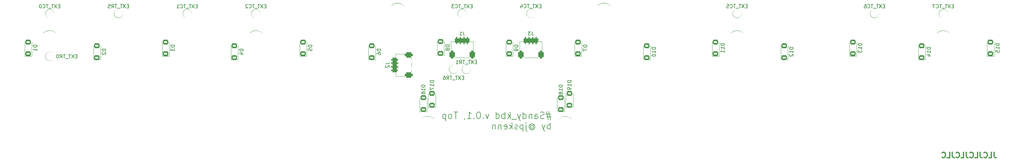
<source format=gbo>
G04 #@! TF.GenerationSoftware,KiCad,Pcbnew,(6.0.10-0)*
G04 #@! TF.CreationDate,2023-02-16T10:13:06+09:00*
G04 #@! TF.ProjectId,Sandy_Top,53616e64-795f-4546-9f70-2e6b69636164,v.0*
G04 #@! TF.SameCoordinates,Original*
G04 #@! TF.FileFunction,Legend,Bot*
G04 #@! TF.FilePolarity,Positive*
%FSLAX46Y46*%
G04 Gerber Fmt 4.6, Leading zero omitted, Abs format (unit mm)*
G04 Created by KiCad (PCBNEW (6.0.10-0)) date 2023-02-16 10:13:06*
%MOMM*%
%LPD*%
G01*
G04 APERTURE LIST*
G04 Aperture macros list*
%AMRoundRect*
0 Rectangle with rounded corners*
0 $1 Rounding radius*
0 $2 $3 $4 $5 $6 $7 $8 $9 X,Y pos of 4 corners*
0 Add a 4 corners polygon primitive as box body*
4,1,4,$2,$3,$4,$5,$6,$7,$8,$9,$2,$3,0*
0 Add four circle primitives for the rounded corners*
1,1,$1+$1,$2,$3*
1,1,$1+$1,$4,$5*
1,1,$1+$1,$6,$7*
1,1,$1+$1,$8,$9*
0 Add four rect primitives between the rounded corners*
20,1,$1+$1,$2,$3,$4,$5,0*
20,1,$1+$1,$4,$5,$6,$7,0*
20,1,$1+$1,$6,$7,$8,$9,0*
20,1,$1+$1,$8,$9,$2,$3,0*%
G04 Aperture macros list end*
%ADD10C,0.300000*%
%ADD11C,0.200000*%
%ADD12C,0.150000*%
%ADD13C,0.120000*%
%ADD14C,2.650000*%
%ADD15C,4.387800*%
%ADD16C,2.150000*%
%ADD17RoundRect,0.450000X0.350000X0.650000X-0.350000X0.650000X-0.350000X-0.650000X0.350000X-0.650000X0*%
%ADD18RoundRect,0.350000X0.150000X0.625000X-0.150000X0.625000X-0.150000X-0.625000X0.150000X-0.625000X0*%
%ADD19O,2.100000X2.100000*%
%ADD20RoundRect,0.450000X-0.650000X0.350000X-0.650000X-0.350000X0.650000X-0.350000X0.650000X0.350000X0*%
%ADD21RoundRect,0.350000X-0.625000X0.150000X-0.625000X-0.150000X0.625000X-0.150000X0.625000X0.150000X0*%
%ADD22C,4.800000*%
%ADD23C,2.400000*%
%ADD24RoundRect,0.200000X0.600000X-0.450000X0.600000X0.450000X-0.600000X0.450000X-0.600000X-0.450000X0*%
G04 APERTURE END LIST*
D10*
X295877631Y-59519476D02*
X295877631Y-60590905D01*
X295949060Y-60805190D01*
X296091917Y-60948047D01*
X296306202Y-61019476D01*
X296449060Y-61019476D01*
X294449060Y-61019476D02*
X295163345Y-61019476D01*
X295163345Y-59519476D01*
X293091917Y-60876619D02*
X293163345Y-60948047D01*
X293377631Y-61019476D01*
X293520488Y-61019476D01*
X293734774Y-60948047D01*
X293877631Y-60805190D01*
X293949060Y-60662333D01*
X294020488Y-60376619D01*
X294020488Y-60162333D01*
X293949060Y-59876619D01*
X293877631Y-59733762D01*
X293734774Y-59590905D01*
X293520488Y-59519476D01*
X293377631Y-59519476D01*
X293163345Y-59590905D01*
X293091917Y-59662333D01*
X292020488Y-59519476D02*
X292020488Y-60590905D01*
X292091917Y-60805190D01*
X292234774Y-60948047D01*
X292449060Y-61019476D01*
X292591917Y-61019476D01*
X290591917Y-61019476D02*
X291306202Y-61019476D01*
X291306202Y-59519476D01*
X289234774Y-60876619D02*
X289306202Y-60948047D01*
X289520488Y-61019476D01*
X289663345Y-61019476D01*
X289877631Y-60948047D01*
X290020488Y-60805190D01*
X290091917Y-60662333D01*
X290163345Y-60376619D01*
X290163345Y-60162333D01*
X290091917Y-59876619D01*
X290020488Y-59733762D01*
X289877631Y-59590905D01*
X289663345Y-59519476D01*
X289520488Y-59519476D01*
X289306202Y-59590905D01*
X289234774Y-59662333D01*
X288163345Y-59519476D02*
X288163345Y-60590905D01*
X288234774Y-60805190D01*
X288377631Y-60948047D01*
X288591917Y-61019476D01*
X288734774Y-61019476D01*
X286734774Y-61019476D02*
X287449060Y-61019476D01*
X287449060Y-59519476D01*
X285377631Y-60876619D02*
X285449060Y-60948047D01*
X285663345Y-61019476D01*
X285806202Y-61019476D01*
X286020488Y-60948047D01*
X286163345Y-60805190D01*
X286234774Y-60662333D01*
X286306202Y-60376619D01*
X286306202Y-60162333D01*
X286234774Y-59876619D01*
X286163345Y-59733762D01*
X286020488Y-59590905D01*
X285806202Y-59519476D01*
X285663345Y-59519476D01*
X285449060Y-59590905D01*
X285377631Y-59662333D01*
X284306202Y-59519476D02*
X284306202Y-60590905D01*
X284377631Y-60805190D01*
X284520488Y-60948047D01*
X284734774Y-61019476D01*
X284877631Y-61019476D01*
X282877631Y-61019476D02*
X283591917Y-61019476D01*
X283591917Y-59519476D01*
X281520488Y-60876619D02*
X281591917Y-60948047D01*
X281806202Y-61019476D01*
X281949060Y-61019476D01*
X282163345Y-60948047D01*
X282306202Y-60805190D01*
X282377631Y-60662333D01*
X282449060Y-60376619D01*
X282449060Y-60162333D01*
X282377631Y-59876619D01*
X282306202Y-59733762D01*
X282163345Y-59590905D01*
X281949060Y-59519476D01*
X281806202Y-59519476D01*
X281591917Y-59590905D01*
X281520488Y-59662333D01*
D11*
X172985577Y-48981190D02*
X171699863Y-48981190D01*
X172471292Y-48209762D02*
X172985577Y-50524047D01*
X171871292Y-49752619D02*
X173157006Y-49752619D01*
X172385577Y-50524047D02*
X171871292Y-48209762D01*
X171185577Y-50095476D02*
X170928435Y-50181190D01*
X170499863Y-50181190D01*
X170328435Y-50095476D01*
X170242720Y-50009762D01*
X170157006Y-49838333D01*
X170157006Y-49666905D01*
X170242720Y-49495476D01*
X170328435Y-49409762D01*
X170499863Y-49324047D01*
X170842720Y-49238333D01*
X171014149Y-49152619D01*
X171099863Y-49066905D01*
X171185577Y-48895476D01*
X171185577Y-48724047D01*
X171099863Y-48552619D01*
X171014149Y-48466905D01*
X170842720Y-48381190D01*
X170414149Y-48381190D01*
X170157006Y-48466905D01*
X168614149Y-50181190D02*
X168614149Y-49238333D01*
X168699863Y-49066905D01*
X168871292Y-48981190D01*
X169214149Y-48981190D01*
X169385577Y-49066905D01*
X168614149Y-50095476D02*
X168785577Y-50181190D01*
X169214149Y-50181190D01*
X169385577Y-50095476D01*
X169471292Y-49924047D01*
X169471292Y-49752619D01*
X169385577Y-49581190D01*
X169214149Y-49495476D01*
X168785577Y-49495476D01*
X168614149Y-49409762D01*
X167757006Y-48981190D02*
X167757006Y-50181190D01*
X167757006Y-49152619D02*
X167671292Y-49066905D01*
X167499863Y-48981190D01*
X167242720Y-48981190D01*
X167071292Y-49066905D01*
X166985577Y-49238333D01*
X166985577Y-50181190D01*
X165357006Y-50181190D02*
X165357006Y-48381190D01*
X165357006Y-50095476D02*
X165528435Y-50181190D01*
X165871292Y-50181190D01*
X166042720Y-50095476D01*
X166128435Y-50009762D01*
X166214149Y-49838333D01*
X166214149Y-49324047D01*
X166128435Y-49152619D01*
X166042720Y-49066905D01*
X165871292Y-48981190D01*
X165528435Y-48981190D01*
X165357006Y-49066905D01*
X164671292Y-48981190D02*
X164242720Y-50181190D01*
X163814149Y-48981190D02*
X164242720Y-50181190D01*
X164414149Y-50609762D01*
X164499863Y-50695476D01*
X164671292Y-50781190D01*
X163557006Y-50352619D02*
X162185577Y-50352619D01*
X161757006Y-50181190D02*
X161757006Y-48381190D01*
X161585577Y-49495476D02*
X161071292Y-50181190D01*
X161071292Y-48981190D02*
X161757006Y-49666905D01*
X160299863Y-50181190D02*
X160299863Y-48381190D01*
X160299863Y-49066905D02*
X160128435Y-48981190D01*
X159785577Y-48981190D01*
X159614149Y-49066905D01*
X159528435Y-49152619D01*
X159442720Y-49324047D01*
X159442720Y-49838333D01*
X159528435Y-50009762D01*
X159614149Y-50095476D01*
X159785577Y-50181190D01*
X160128435Y-50181190D01*
X160299863Y-50095476D01*
X157899863Y-50181190D02*
X157899863Y-48381190D01*
X157899863Y-50095476D02*
X158071292Y-50181190D01*
X158414149Y-50181190D01*
X158585577Y-50095476D01*
X158671292Y-50009762D01*
X158757006Y-49838333D01*
X158757006Y-49324047D01*
X158671292Y-49152619D01*
X158585577Y-49066905D01*
X158414149Y-48981190D01*
X158071292Y-48981190D01*
X157899863Y-49066905D01*
X155842720Y-48981190D02*
X155414149Y-50181190D01*
X154985577Y-48981190D01*
X154299863Y-50009762D02*
X154214149Y-50095476D01*
X154299863Y-50181190D01*
X154385577Y-50095476D01*
X154299863Y-50009762D01*
X154299863Y-50181190D01*
X153099863Y-48381190D02*
X152928435Y-48381190D01*
X152757006Y-48466905D01*
X152671292Y-48552619D01*
X152585577Y-48724047D01*
X152499863Y-49066905D01*
X152499863Y-49495476D01*
X152585577Y-49838333D01*
X152671292Y-50009762D01*
X152757006Y-50095476D01*
X152928435Y-50181190D01*
X153099863Y-50181190D01*
X153271292Y-50095476D01*
X153357006Y-50009762D01*
X153442720Y-49838333D01*
X153528435Y-49495476D01*
X153528435Y-49066905D01*
X153442720Y-48724047D01*
X153357006Y-48552619D01*
X153271292Y-48466905D01*
X153099863Y-48381190D01*
X151728435Y-50009762D02*
X151642720Y-50095476D01*
X151728435Y-50181190D01*
X151814149Y-50095476D01*
X151728435Y-50009762D01*
X151728435Y-50181190D01*
X149928435Y-50181190D02*
X150957006Y-50181190D01*
X150442720Y-50181190D02*
X150442720Y-48381190D01*
X150614149Y-48638333D01*
X150785577Y-48809762D01*
X150957006Y-48895476D01*
X149071292Y-50095476D02*
X149071292Y-50181190D01*
X149157006Y-50352619D01*
X149242720Y-50438333D01*
X147185577Y-48381190D02*
X146157006Y-48381190D01*
X146671292Y-50181190D02*
X146671292Y-48381190D01*
X145299863Y-50181190D02*
X145471292Y-50095476D01*
X145557006Y-50009762D01*
X145642720Y-49838333D01*
X145642720Y-49324047D01*
X145557006Y-49152619D01*
X145471292Y-49066905D01*
X145299863Y-48981190D01*
X145042720Y-48981190D01*
X144871292Y-49066905D01*
X144785577Y-49152619D01*
X144699863Y-49324047D01*
X144699863Y-49838333D01*
X144785577Y-50009762D01*
X144871292Y-50095476D01*
X145042720Y-50181190D01*
X145299863Y-50181190D01*
X143928435Y-48981190D02*
X143928435Y-50781190D01*
X143928435Y-49066905D02*
X143757006Y-48981190D01*
X143414149Y-48981190D01*
X143242720Y-49066905D01*
X143157006Y-49152619D01*
X143071292Y-49324047D01*
X143071292Y-49838333D01*
X143157006Y-50009762D01*
X143242720Y-50095476D01*
X143414149Y-50181190D01*
X143757006Y-50181190D01*
X143928435Y-50095476D01*
X172899863Y-53079190D02*
X172899863Y-51279190D01*
X172899863Y-51964905D02*
X172728435Y-51879190D01*
X172385577Y-51879190D01*
X172214149Y-51964905D01*
X172128435Y-52050619D01*
X172042720Y-52222047D01*
X172042720Y-52736333D01*
X172128435Y-52907762D01*
X172214149Y-52993476D01*
X172385577Y-53079190D01*
X172728435Y-53079190D01*
X172899863Y-52993476D01*
X171442720Y-51879190D02*
X171014149Y-53079190D01*
X170585577Y-51879190D02*
X171014149Y-53079190D01*
X171185577Y-53507762D01*
X171271292Y-53593476D01*
X171442720Y-53679190D01*
X167414149Y-52222047D02*
X167499863Y-52136333D01*
X167671292Y-52050619D01*
X167842720Y-52050619D01*
X168014149Y-52136333D01*
X168099863Y-52222047D01*
X168185577Y-52393476D01*
X168185577Y-52564905D01*
X168099863Y-52736333D01*
X168014149Y-52822047D01*
X167842720Y-52907762D01*
X167671292Y-52907762D01*
X167499863Y-52822047D01*
X167414149Y-52736333D01*
X167414149Y-52050619D02*
X167414149Y-52736333D01*
X167328435Y-52822047D01*
X167242720Y-52822047D01*
X167071292Y-52736333D01*
X166985577Y-52564905D01*
X166985577Y-52136333D01*
X167157006Y-51879190D01*
X167414149Y-51707762D01*
X167757006Y-51622047D01*
X168099863Y-51707762D01*
X168357006Y-51879190D01*
X168528435Y-52136333D01*
X168614149Y-52479190D01*
X168528435Y-52822047D01*
X168357006Y-53079190D01*
X168099863Y-53250619D01*
X167757006Y-53336333D01*
X167414149Y-53250619D01*
X167157006Y-53079190D01*
X166214149Y-51879190D02*
X166214149Y-53422047D01*
X166299863Y-53593476D01*
X166471292Y-53679190D01*
X166557006Y-53679190D01*
X166214149Y-51279190D02*
X166299863Y-51364905D01*
X166214149Y-51450619D01*
X166128435Y-51364905D01*
X166214149Y-51279190D01*
X166214149Y-51450619D01*
X165357006Y-51879190D02*
X165357006Y-53679190D01*
X165357006Y-51964905D02*
X165185577Y-51879190D01*
X164842720Y-51879190D01*
X164671292Y-51964905D01*
X164585577Y-52050619D01*
X164499863Y-52222047D01*
X164499863Y-52736333D01*
X164585577Y-52907762D01*
X164671292Y-52993476D01*
X164842720Y-53079190D01*
X165185577Y-53079190D01*
X165357006Y-52993476D01*
X163814149Y-52993476D02*
X163642720Y-53079190D01*
X163299863Y-53079190D01*
X163128435Y-52993476D01*
X163042720Y-52822047D01*
X163042720Y-52736333D01*
X163128435Y-52564905D01*
X163299863Y-52479190D01*
X163557006Y-52479190D01*
X163728435Y-52393476D01*
X163814149Y-52222047D01*
X163814149Y-52136333D01*
X163728435Y-51964905D01*
X163557006Y-51879190D01*
X163299863Y-51879190D01*
X163128435Y-51964905D01*
X162271292Y-53079190D02*
X162271292Y-51279190D01*
X162099863Y-52393476D02*
X161585577Y-53079190D01*
X161585577Y-51879190D02*
X162271292Y-52564905D01*
X160128435Y-52993476D02*
X160299863Y-53079190D01*
X160642720Y-53079190D01*
X160814149Y-52993476D01*
X160899863Y-52822047D01*
X160899863Y-52136333D01*
X160814149Y-51964905D01*
X160642720Y-51879190D01*
X160299863Y-51879190D01*
X160128435Y-51964905D01*
X160042720Y-52136333D01*
X160042720Y-52307762D01*
X160899863Y-52479190D01*
X159271292Y-51879190D02*
X159271292Y-53079190D01*
X159271292Y-52050619D02*
X159185577Y-51964905D01*
X159014149Y-51879190D01*
X158757006Y-51879190D01*
X158585577Y-51964905D01*
X158499863Y-52136333D01*
X158499863Y-53079190D01*
X157642720Y-51879190D02*
X157642720Y-53079190D01*
X157642720Y-52050619D02*
X157557006Y-51964905D01*
X157385577Y-51879190D01*
X157128435Y-51879190D01*
X156957006Y-51964905D01*
X156871292Y-52136333D01*
X156871292Y-53079190D01*
D12*
X167838643Y-26047660D02*
X167838643Y-26761946D01*
X167886262Y-26904803D01*
X167981500Y-27000041D01*
X168124357Y-27047660D01*
X168219595Y-27047660D01*
X167457690Y-26047660D02*
X166838643Y-26047660D01*
X167171976Y-26428613D01*
X167029119Y-26428613D01*
X166933881Y-26476232D01*
X166886262Y-26523851D01*
X166838643Y-26619089D01*
X166838643Y-26857184D01*
X166886262Y-26952422D01*
X166933881Y-27000041D01*
X167029119Y-27047660D01*
X167314833Y-27047660D01*
X167410071Y-27000041D01*
X167457690Y-26952422D01*
X127258940Y-35004446D02*
X127973226Y-35004446D01*
X128116083Y-34956827D01*
X128211321Y-34861589D01*
X128258940Y-34718732D01*
X128258940Y-34623494D01*
X127354179Y-35433018D02*
X127306560Y-35480637D01*
X127258940Y-35575875D01*
X127258940Y-35813970D01*
X127306560Y-35909208D01*
X127354179Y-35956827D01*
X127449417Y-36004446D01*
X127544655Y-36004446D01*
X127687512Y-35956827D01*
X128258940Y-35385399D01*
X128258940Y-36004446D01*
X148788643Y-26047660D02*
X148788643Y-26761946D01*
X148836262Y-26904803D01*
X148931500Y-27000041D01*
X149074357Y-27047660D01*
X149169595Y-27047660D01*
X147788643Y-27047660D02*
X148360071Y-27047660D01*
X148074357Y-27047660D02*
X148074357Y-26047660D01*
X148169595Y-26190518D01*
X148264833Y-26285756D01*
X148360071Y-26333375D01*
X148883583Y-38838226D02*
X148550250Y-38838226D01*
X148407393Y-39362035D02*
X148883583Y-39362035D01*
X148883583Y-38362035D01*
X148407393Y-38362035D01*
X148074060Y-38362035D02*
X147407393Y-39362035D01*
X147407393Y-38362035D02*
X148074060Y-39362035D01*
X147169298Y-38362035D02*
X146597869Y-38362035D01*
X146883583Y-39362035D02*
X146883583Y-38362035D01*
X146502631Y-39457274D02*
X145740726Y-39457274D01*
X145645488Y-38362035D02*
X145074060Y-38362035D01*
X145359774Y-39362035D02*
X145359774Y-38362035D01*
X144169298Y-39362035D02*
X144502631Y-38885845D01*
X144740726Y-39362035D02*
X144740726Y-38362035D01*
X144359774Y-38362035D01*
X144264536Y-38409655D01*
X144216917Y-38457274D01*
X144169298Y-38552512D01*
X144169298Y-38695369D01*
X144216917Y-38790607D01*
X144264536Y-38838226D01*
X144359774Y-38885845D01*
X144740726Y-38885845D01*
X143312155Y-38362035D02*
X143502631Y-38362035D01*
X143597869Y-38409655D01*
X143645488Y-38457274D01*
X143740726Y-38600131D01*
X143788345Y-38790607D01*
X143788345Y-39171559D01*
X143740726Y-39266797D01*
X143693107Y-39314416D01*
X143597869Y-39362035D01*
X143407393Y-39362035D01*
X143312155Y-39314416D01*
X143264536Y-39266797D01*
X143216917Y-39171559D01*
X143216917Y-38933464D01*
X143264536Y-38838226D01*
X143312155Y-38790607D01*
X143407393Y-38742988D01*
X143597869Y-38742988D01*
X143693107Y-38790607D01*
X143740726Y-38838226D01*
X143788345Y-38933464D01*
X152455458Y-34458976D02*
X152122125Y-34458976D01*
X151979268Y-34982785D02*
X152455458Y-34982785D01*
X152455458Y-33982785D01*
X151979268Y-33982785D01*
X151645935Y-33982785D02*
X150979268Y-34982785D01*
X150979268Y-33982785D02*
X151645935Y-34982785D01*
X150741173Y-33982785D02*
X150169744Y-33982785D01*
X150455458Y-34982785D02*
X150455458Y-33982785D01*
X150074506Y-35078024D02*
X149312601Y-35078024D01*
X149217363Y-33982785D02*
X148645935Y-33982785D01*
X148931649Y-34982785D02*
X148931649Y-33982785D01*
X147741173Y-34982785D02*
X148074506Y-34506595D01*
X148312601Y-34982785D02*
X148312601Y-33982785D01*
X147931649Y-33982785D01*
X147836411Y-34030405D01*
X147788792Y-34078024D01*
X147741173Y-34173262D01*
X147741173Y-34316119D01*
X147788792Y-34411357D01*
X147836411Y-34458976D01*
X147931649Y-34506595D01*
X148312601Y-34506595D01*
X146788792Y-34982785D02*
X147360220Y-34982785D01*
X147074506Y-34982785D02*
X147074506Y-33982785D01*
X147169744Y-34125643D01*
X147264982Y-34220881D01*
X147360220Y-34268500D01*
X56014833Y-18980851D02*
X55681500Y-18980851D01*
X55538643Y-19504660D02*
X56014833Y-19504660D01*
X56014833Y-18504660D01*
X55538643Y-18504660D01*
X55205310Y-18504660D02*
X54538643Y-19504660D01*
X54538643Y-18504660D02*
X55205310Y-19504660D01*
X54300548Y-18504660D02*
X53729119Y-18504660D01*
X54014833Y-19504660D02*
X54014833Y-18504660D01*
X53633881Y-19599899D02*
X52871976Y-19599899D01*
X52776738Y-18504660D02*
X52205310Y-18504660D01*
X52491024Y-19504660D02*
X52491024Y-18504660D01*
X51300548Y-19504660D02*
X51633881Y-19028470D01*
X51871976Y-19504660D02*
X51871976Y-18504660D01*
X51491024Y-18504660D01*
X51395786Y-18552280D01*
X51348167Y-18599899D01*
X51300548Y-18695137D01*
X51300548Y-18837994D01*
X51348167Y-18933232D01*
X51395786Y-18980851D01*
X51491024Y-19028470D01*
X51871976Y-19028470D01*
X50395786Y-18504660D02*
X50871976Y-18504660D01*
X50919595Y-18980851D01*
X50871976Y-18933232D01*
X50776738Y-18885613D01*
X50538643Y-18885613D01*
X50443405Y-18933232D01*
X50395786Y-18980851D01*
X50348167Y-19076089D01*
X50348167Y-19314184D01*
X50395786Y-19409422D01*
X50443405Y-19457041D01*
X50538643Y-19504660D01*
X50776738Y-19504660D01*
X50871976Y-19457041D01*
X50919595Y-19409422D01*
X41727333Y-32885101D02*
X41394000Y-32885101D01*
X41251143Y-33408910D02*
X41727333Y-33408910D01*
X41727333Y-32408910D01*
X41251143Y-32408910D01*
X40917810Y-32408910D02*
X40251143Y-33408910D01*
X40251143Y-32408910D02*
X40917810Y-33408910D01*
X40013048Y-32408910D02*
X39441619Y-32408910D01*
X39727333Y-33408910D02*
X39727333Y-32408910D01*
X39346381Y-33504149D02*
X38584476Y-33504149D01*
X38489238Y-32408910D02*
X37917810Y-32408910D01*
X38203524Y-33408910D02*
X38203524Y-32408910D01*
X37013048Y-33408910D02*
X37346381Y-32932720D01*
X37584476Y-33408910D02*
X37584476Y-32408910D01*
X37203524Y-32408910D01*
X37108286Y-32456530D01*
X37060667Y-32504149D01*
X37013048Y-32599387D01*
X37013048Y-32742244D01*
X37060667Y-32837482D01*
X37108286Y-32885101D01*
X37203524Y-32932720D01*
X37584476Y-32932720D01*
X36394000Y-32408910D02*
X36298762Y-32408910D01*
X36203524Y-32456530D01*
X36155905Y-32504149D01*
X36108286Y-32599387D01*
X36060667Y-32789863D01*
X36060667Y-33027958D01*
X36108286Y-33218434D01*
X36155905Y-33313672D01*
X36203524Y-33361291D01*
X36298762Y-33408910D01*
X36394000Y-33408910D01*
X36489238Y-33361291D01*
X36536857Y-33313672D01*
X36584476Y-33218434D01*
X36632095Y-33027958D01*
X36632095Y-32789863D01*
X36584476Y-32599387D01*
X36536857Y-32504149D01*
X36489238Y-32456530D01*
X36394000Y-32408910D01*
X284614833Y-18990226D02*
X284281500Y-18990226D01*
X284138643Y-19514035D02*
X284614833Y-19514035D01*
X284614833Y-18514035D01*
X284138643Y-18514035D01*
X283805310Y-18514035D02*
X283138643Y-19514035D01*
X283138643Y-18514035D02*
X283805310Y-19514035D01*
X282900548Y-18514035D02*
X282329119Y-18514035D01*
X282614833Y-19514035D02*
X282614833Y-18514035D01*
X282233881Y-19609274D02*
X281471976Y-19609274D01*
X281376738Y-18514035D02*
X280805310Y-18514035D01*
X281091024Y-19514035D02*
X281091024Y-18514035D01*
X279900548Y-19418797D02*
X279948167Y-19466416D01*
X280091024Y-19514035D01*
X280186262Y-19514035D01*
X280329119Y-19466416D01*
X280424357Y-19371178D01*
X280471976Y-19275940D01*
X280519595Y-19085464D01*
X280519595Y-18942607D01*
X280471976Y-18752131D01*
X280424357Y-18656893D01*
X280329119Y-18561655D01*
X280186262Y-18514035D01*
X280091024Y-18514035D01*
X279948167Y-18561655D01*
X279900548Y-18609274D01*
X279567214Y-18514035D02*
X278900548Y-18514035D01*
X279329119Y-19514035D01*
X265564833Y-18980851D02*
X265231500Y-18980851D01*
X265088643Y-19504660D02*
X265564833Y-19504660D01*
X265564833Y-18504660D01*
X265088643Y-18504660D01*
X264755310Y-18504660D02*
X264088643Y-19504660D01*
X264088643Y-18504660D02*
X264755310Y-19504660D01*
X263850548Y-18504660D02*
X263279119Y-18504660D01*
X263564833Y-19504660D02*
X263564833Y-18504660D01*
X263183881Y-19599899D02*
X262421976Y-19599899D01*
X262326738Y-18504660D02*
X261755310Y-18504660D01*
X262041024Y-19504660D02*
X262041024Y-18504660D01*
X260850548Y-19409422D02*
X260898167Y-19457041D01*
X261041024Y-19504660D01*
X261136262Y-19504660D01*
X261279119Y-19457041D01*
X261374357Y-19361803D01*
X261421976Y-19266565D01*
X261469595Y-19076089D01*
X261469595Y-18933232D01*
X261421976Y-18742756D01*
X261374357Y-18647518D01*
X261279119Y-18552280D01*
X261136262Y-18504660D01*
X261041024Y-18504660D01*
X260898167Y-18552280D01*
X260850548Y-18599899D01*
X259993405Y-18504660D02*
X260183881Y-18504660D01*
X260279119Y-18552280D01*
X260326738Y-18599899D01*
X260421976Y-18742756D01*
X260469595Y-18933232D01*
X260469595Y-19314184D01*
X260421976Y-19409422D01*
X260374357Y-19457041D01*
X260279119Y-19504660D01*
X260088643Y-19504660D01*
X259993405Y-19457041D01*
X259945786Y-19409422D01*
X259898167Y-19314184D01*
X259898167Y-19076089D01*
X259945786Y-18980851D01*
X259993405Y-18933232D01*
X260088643Y-18885613D01*
X260279119Y-18885613D01*
X260374357Y-18933232D01*
X260421976Y-18980851D01*
X260469595Y-19076089D01*
X227464833Y-18980851D02*
X227131500Y-18980851D01*
X226988643Y-19504660D02*
X227464833Y-19504660D01*
X227464833Y-18504660D01*
X226988643Y-18504660D01*
X226655310Y-18504660D02*
X225988643Y-19504660D01*
X225988643Y-18504660D02*
X226655310Y-19504660D01*
X225750548Y-18504660D02*
X225179119Y-18504660D01*
X225464833Y-19504660D02*
X225464833Y-18504660D01*
X225083881Y-19599899D02*
X224321976Y-19599899D01*
X224226738Y-18504660D02*
X223655310Y-18504660D01*
X223941024Y-19504660D02*
X223941024Y-18504660D01*
X222750548Y-19409422D02*
X222798167Y-19457041D01*
X222941024Y-19504660D01*
X223036262Y-19504660D01*
X223179119Y-19457041D01*
X223274357Y-19361803D01*
X223321976Y-19266565D01*
X223369595Y-19076089D01*
X223369595Y-18933232D01*
X223321976Y-18742756D01*
X223274357Y-18647518D01*
X223179119Y-18552280D01*
X223036262Y-18504660D01*
X222941024Y-18504660D01*
X222798167Y-18552280D01*
X222750548Y-18599899D01*
X221845786Y-18504660D02*
X222321976Y-18504660D01*
X222369595Y-18980851D01*
X222321976Y-18933232D01*
X222226738Y-18885613D01*
X221988643Y-18885613D01*
X221893405Y-18933232D01*
X221845786Y-18980851D01*
X221798167Y-19076089D01*
X221798167Y-19314184D01*
X221845786Y-19409422D01*
X221893405Y-19457041D01*
X221988643Y-19504660D01*
X222226738Y-19504660D01*
X222321976Y-19457041D01*
X222369595Y-19409422D01*
X170314833Y-18933976D02*
X169981500Y-18933976D01*
X169838643Y-19457785D02*
X170314833Y-19457785D01*
X170314833Y-18457785D01*
X169838643Y-18457785D01*
X169505310Y-18457785D02*
X168838643Y-19457785D01*
X168838643Y-18457785D02*
X169505310Y-19457785D01*
X168600548Y-18457785D02*
X168029119Y-18457785D01*
X168314833Y-19457785D02*
X168314833Y-18457785D01*
X167933881Y-19553024D02*
X167171976Y-19553024D01*
X167076738Y-18457785D02*
X166505310Y-18457785D01*
X166791024Y-19457785D02*
X166791024Y-18457785D01*
X165600548Y-19362547D02*
X165648167Y-19410166D01*
X165791024Y-19457785D01*
X165886262Y-19457785D01*
X166029119Y-19410166D01*
X166124357Y-19314928D01*
X166171976Y-19219690D01*
X166219595Y-19029214D01*
X166219595Y-18886357D01*
X166171976Y-18695881D01*
X166124357Y-18600643D01*
X166029119Y-18505405D01*
X165886262Y-18457785D01*
X165791024Y-18457785D01*
X165648167Y-18505405D01*
X165600548Y-18553024D01*
X164743405Y-18791119D02*
X164743405Y-19457785D01*
X164981500Y-18410166D02*
X165219595Y-19124452D01*
X164600548Y-19124452D01*
X151264833Y-18990226D02*
X150931500Y-18990226D01*
X150788643Y-19514035D02*
X151264833Y-19514035D01*
X151264833Y-18514035D01*
X150788643Y-18514035D01*
X150455310Y-18514035D02*
X149788643Y-19514035D01*
X149788643Y-18514035D02*
X150455310Y-19514035D01*
X149550548Y-18514035D02*
X148979119Y-18514035D01*
X149264833Y-19514035D02*
X149264833Y-18514035D01*
X148883881Y-19609274D02*
X148121976Y-19609274D01*
X148026738Y-18514035D02*
X147455310Y-18514035D01*
X147741024Y-19514035D02*
X147741024Y-18514035D01*
X146550548Y-19418797D02*
X146598167Y-19466416D01*
X146741024Y-19514035D01*
X146836262Y-19514035D01*
X146979119Y-19466416D01*
X147074357Y-19371178D01*
X147121976Y-19275940D01*
X147169595Y-19085464D01*
X147169595Y-18942607D01*
X147121976Y-18752131D01*
X147074357Y-18656893D01*
X146979119Y-18561655D01*
X146836262Y-18514035D01*
X146741024Y-18514035D01*
X146598167Y-18561655D01*
X146550548Y-18609274D01*
X146217214Y-18514035D02*
X145598167Y-18514035D01*
X145931500Y-18894988D01*
X145788643Y-18894988D01*
X145693405Y-18942607D01*
X145645786Y-18990226D01*
X145598167Y-19085464D01*
X145598167Y-19323559D01*
X145645786Y-19418797D01*
X145693405Y-19466416D01*
X145788643Y-19514035D01*
X146074357Y-19514035D01*
X146169595Y-19466416D01*
X146217214Y-19418797D01*
X94114833Y-18990226D02*
X93781500Y-18990226D01*
X93638643Y-19514035D02*
X94114833Y-19514035D01*
X94114833Y-18514035D01*
X93638643Y-18514035D01*
X93305310Y-18514035D02*
X92638643Y-19514035D01*
X92638643Y-18514035D02*
X93305310Y-19514035D01*
X92400548Y-18514035D02*
X91829119Y-18514035D01*
X92114833Y-19514035D02*
X92114833Y-18514035D01*
X91733881Y-19609274D02*
X90971976Y-19609274D01*
X90876738Y-18514035D02*
X90305310Y-18514035D01*
X90591024Y-19514035D02*
X90591024Y-18514035D01*
X89400548Y-19418797D02*
X89448167Y-19466416D01*
X89591024Y-19514035D01*
X89686262Y-19514035D01*
X89829119Y-19466416D01*
X89924357Y-19371178D01*
X89971976Y-19275940D01*
X90019595Y-19085464D01*
X90019595Y-18942607D01*
X89971976Y-18752131D01*
X89924357Y-18656893D01*
X89829119Y-18561655D01*
X89686262Y-18514035D01*
X89591024Y-18514035D01*
X89448167Y-18561655D01*
X89400548Y-18609274D01*
X89019595Y-18609274D02*
X88971976Y-18561655D01*
X88876738Y-18514035D01*
X88638643Y-18514035D01*
X88543405Y-18561655D01*
X88495786Y-18609274D01*
X88448167Y-18704512D01*
X88448167Y-18799750D01*
X88495786Y-18942607D01*
X89067214Y-19514035D01*
X88448167Y-19514035D01*
X75064833Y-18990226D02*
X74731500Y-18990226D01*
X74588643Y-19514035D02*
X75064833Y-19514035D01*
X75064833Y-18514035D01*
X74588643Y-18514035D01*
X74255310Y-18514035D02*
X73588643Y-19514035D01*
X73588643Y-18514035D02*
X74255310Y-19514035D01*
X73350548Y-18514035D02*
X72779119Y-18514035D01*
X73064833Y-19514035D02*
X73064833Y-18514035D01*
X72683881Y-19609274D02*
X71921976Y-19609274D01*
X71826738Y-18514035D02*
X71255310Y-18514035D01*
X71541024Y-19514035D02*
X71541024Y-18514035D01*
X70350548Y-19418797D02*
X70398167Y-19466416D01*
X70541024Y-19514035D01*
X70636262Y-19514035D01*
X70779119Y-19466416D01*
X70874357Y-19371178D01*
X70921976Y-19275940D01*
X70969595Y-19085464D01*
X70969595Y-18942607D01*
X70921976Y-18752131D01*
X70874357Y-18656893D01*
X70779119Y-18561655D01*
X70636262Y-18514035D01*
X70541024Y-18514035D01*
X70398167Y-18561655D01*
X70350548Y-18609274D01*
X69398167Y-19514035D02*
X69969595Y-19514035D01*
X69683881Y-19514035D02*
X69683881Y-18514035D01*
X69779119Y-18656893D01*
X69874357Y-18752131D01*
X69969595Y-18799750D01*
X36964833Y-18990226D02*
X36631500Y-18990226D01*
X36488643Y-19514035D02*
X36964833Y-19514035D01*
X36964833Y-18514035D01*
X36488643Y-18514035D01*
X36155310Y-18514035D02*
X35488643Y-19514035D01*
X35488643Y-18514035D02*
X36155310Y-19514035D01*
X35250548Y-18514035D02*
X34679119Y-18514035D01*
X34964833Y-19514035D02*
X34964833Y-18514035D01*
X34583881Y-19609274D02*
X33821976Y-19609274D01*
X33726738Y-18514035D02*
X33155310Y-18514035D01*
X33441024Y-19514035D02*
X33441024Y-18514035D01*
X32250548Y-19418797D02*
X32298167Y-19466416D01*
X32441024Y-19514035D01*
X32536262Y-19514035D01*
X32679119Y-19466416D01*
X32774357Y-19371178D01*
X32821976Y-19275940D01*
X32869595Y-19085464D01*
X32869595Y-18942607D01*
X32821976Y-18752131D01*
X32774357Y-18656893D01*
X32679119Y-18561655D01*
X32536262Y-18514035D01*
X32441024Y-18514035D01*
X32298167Y-18561655D01*
X32250548Y-18609274D01*
X31631500Y-18514035D02*
X31536262Y-18514035D01*
X31441024Y-18561655D01*
X31393405Y-18609274D01*
X31345786Y-18704512D01*
X31298167Y-18894988D01*
X31298167Y-19133083D01*
X31345786Y-19323559D01*
X31393405Y-19418797D01*
X31441024Y-19466416D01*
X31536262Y-19514035D01*
X31631500Y-19514035D01*
X31726738Y-19466416D01*
X31774357Y-19418797D01*
X31821976Y-19323559D01*
X31869595Y-19133083D01*
X31869595Y-18894988D01*
X31821976Y-18704512D01*
X31774357Y-18609274D01*
X31726738Y-18561655D01*
X31631500Y-18514035D01*
X178673315Y-39632119D02*
X177673315Y-39632119D01*
X177673315Y-39870214D01*
X177720935Y-40013071D01*
X177816173Y-40108309D01*
X177911411Y-40155928D01*
X178101887Y-40203547D01*
X178244744Y-40203547D01*
X178435220Y-40155928D01*
X178530458Y-40108309D01*
X178625696Y-40013071D01*
X178673315Y-39870214D01*
X178673315Y-39632119D01*
X178673315Y-41155928D02*
X178673315Y-40584500D01*
X178673315Y-40870214D02*
X177673315Y-40870214D01*
X177816173Y-40774976D01*
X177911411Y-40679738D01*
X177959030Y-40584500D01*
X178673315Y-41632119D02*
X178673315Y-41822595D01*
X178625696Y-41917833D01*
X178578077Y-41965452D01*
X178435220Y-42060690D01*
X178244744Y-42108309D01*
X177863792Y-42108309D01*
X177768554Y-42060690D01*
X177720935Y-42013071D01*
X177673315Y-41917833D01*
X177673315Y-41727357D01*
X177720935Y-41632119D01*
X177768554Y-41584500D01*
X177863792Y-41536881D01*
X178101887Y-41536881D01*
X178197125Y-41584500D01*
X178244744Y-41632119D01*
X178292363Y-41727357D01*
X178292363Y-41917833D01*
X178244744Y-42013071D01*
X178197125Y-42060690D01*
X178101887Y-42108309D01*
X176292065Y-40902119D02*
X175292065Y-40902119D01*
X175292065Y-41140214D01*
X175339685Y-41283071D01*
X175434923Y-41378309D01*
X175530161Y-41425928D01*
X175720637Y-41473547D01*
X175863494Y-41473547D01*
X176053970Y-41425928D01*
X176149208Y-41378309D01*
X176244446Y-41283071D01*
X176292065Y-41140214D01*
X176292065Y-40902119D01*
X176292065Y-42425928D02*
X176292065Y-41854500D01*
X176292065Y-42140214D02*
X175292065Y-42140214D01*
X175434923Y-42044976D01*
X175530161Y-41949738D01*
X175577780Y-41854500D01*
X175720637Y-42997357D02*
X175673018Y-42902119D01*
X175625399Y-42854500D01*
X175530161Y-42806881D01*
X175482542Y-42806881D01*
X175387304Y-42854500D01*
X175339685Y-42902119D01*
X175292065Y-42997357D01*
X175292065Y-43187833D01*
X175339685Y-43283071D01*
X175387304Y-43330690D01*
X175482542Y-43378309D01*
X175530161Y-43378309D01*
X175625399Y-43330690D01*
X175673018Y-43283071D01*
X175720637Y-43187833D01*
X175720637Y-42997357D01*
X175768256Y-42902119D01*
X175815875Y-42854500D01*
X175911113Y-42806881D01*
X176101589Y-42806881D01*
X176196827Y-42854500D01*
X176244446Y-42902119D01*
X176292065Y-42997357D01*
X176292065Y-43187833D01*
X176244446Y-43283071D01*
X176196827Y-43330690D01*
X176101589Y-43378309D01*
X175911113Y-43378309D01*
X175815875Y-43330690D01*
X175768256Y-43283071D01*
X175720637Y-43187833D01*
X140573315Y-39632119D02*
X139573315Y-39632119D01*
X139573315Y-39870214D01*
X139620935Y-40013071D01*
X139716173Y-40108309D01*
X139811411Y-40155928D01*
X140001887Y-40203547D01*
X140144744Y-40203547D01*
X140335220Y-40155928D01*
X140430458Y-40108309D01*
X140525696Y-40013071D01*
X140573315Y-39870214D01*
X140573315Y-39632119D01*
X140573315Y-41155928D02*
X140573315Y-40584500D01*
X140573315Y-40870214D02*
X139573315Y-40870214D01*
X139716173Y-40774976D01*
X139811411Y-40679738D01*
X139859030Y-40584500D01*
X139573315Y-41489262D02*
X139573315Y-42155928D01*
X140573315Y-41727357D01*
X138192065Y-40902119D02*
X137192065Y-40902119D01*
X137192065Y-41140214D01*
X137239685Y-41283071D01*
X137334923Y-41378309D01*
X137430161Y-41425928D01*
X137620637Y-41473547D01*
X137763494Y-41473547D01*
X137953970Y-41425928D01*
X138049208Y-41378309D01*
X138144446Y-41283071D01*
X138192065Y-41140214D01*
X138192065Y-40902119D01*
X138192065Y-42425928D02*
X138192065Y-41854500D01*
X138192065Y-42140214D02*
X137192065Y-42140214D01*
X137334923Y-42044976D01*
X137430161Y-41949738D01*
X137477780Y-41854500D01*
X137192065Y-43283071D02*
X137192065Y-43092595D01*
X137239685Y-42997357D01*
X137287304Y-42949738D01*
X137430161Y-42854500D01*
X137620637Y-42806881D01*
X138001589Y-42806881D01*
X138096827Y-42854500D01*
X138144446Y-42902119D01*
X138192065Y-42997357D01*
X138192065Y-43187833D01*
X138144446Y-43283071D01*
X138096827Y-43330690D01*
X138001589Y-43378309D01*
X137763494Y-43378309D01*
X137668256Y-43330690D01*
X137620637Y-43283071D01*
X137573018Y-43187833D01*
X137573018Y-42997357D01*
X137620637Y-42902119D01*
X137668256Y-42854500D01*
X137763494Y-42806881D01*
X297354565Y-29360994D02*
X296354565Y-29360994D01*
X296354565Y-29599089D01*
X296402185Y-29741946D01*
X296497423Y-29837184D01*
X296592661Y-29884803D01*
X296783137Y-29932422D01*
X296925994Y-29932422D01*
X297116470Y-29884803D01*
X297211708Y-29837184D01*
X297306946Y-29741946D01*
X297354565Y-29599089D01*
X297354565Y-29360994D01*
X297354565Y-30884803D02*
X297354565Y-30313375D01*
X297354565Y-30599089D02*
X296354565Y-30599089D01*
X296497423Y-30503851D01*
X296592661Y-30408613D01*
X296640280Y-30313375D01*
X296354565Y-31789565D02*
X296354565Y-31313375D01*
X296830756Y-31265756D01*
X296783137Y-31313375D01*
X296735518Y-31408613D01*
X296735518Y-31646708D01*
X296783137Y-31741946D01*
X296830756Y-31789565D01*
X296925994Y-31837184D01*
X297164089Y-31837184D01*
X297259327Y-31789565D01*
X297306946Y-31741946D01*
X297354565Y-31646708D01*
X297354565Y-31408613D01*
X297306946Y-31313375D01*
X297259327Y-31265756D01*
X278304565Y-30410994D02*
X277304565Y-30410994D01*
X277304565Y-30649089D01*
X277352185Y-30791946D01*
X277447423Y-30887184D01*
X277542661Y-30934803D01*
X277733137Y-30982422D01*
X277875994Y-30982422D01*
X278066470Y-30934803D01*
X278161708Y-30887184D01*
X278256946Y-30791946D01*
X278304565Y-30649089D01*
X278304565Y-30410994D01*
X278304565Y-31934803D02*
X278304565Y-31363375D01*
X278304565Y-31649089D02*
X277304565Y-31649089D01*
X277447423Y-31553851D01*
X277542661Y-31458613D01*
X277590280Y-31363375D01*
X277637899Y-32791946D02*
X278304565Y-32791946D01*
X277256946Y-32553851D02*
X277971232Y-32315756D01*
X277971232Y-32934803D01*
X259254565Y-29360994D02*
X258254565Y-29360994D01*
X258254565Y-29599089D01*
X258302185Y-29741946D01*
X258397423Y-29837184D01*
X258492661Y-29884803D01*
X258683137Y-29932422D01*
X258825994Y-29932422D01*
X259016470Y-29884803D01*
X259111708Y-29837184D01*
X259206946Y-29741946D01*
X259254565Y-29599089D01*
X259254565Y-29360994D01*
X259254565Y-30884803D02*
X259254565Y-30313375D01*
X259254565Y-30599089D02*
X258254565Y-30599089D01*
X258397423Y-30503851D01*
X258492661Y-30408613D01*
X258540280Y-30313375D01*
X258254565Y-31218137D02*
X258254565Y-31837184D01*
X258635518Y-31503851D01*
X258635518Y-31646708D01*
X258683137Y-31741946D01*
X258730756Y-31789565D01*
X258825994Y-31837184D01*
X259064089Y-31837184D01*
X259159327Y-31789565D01*
X259206946Y-31741946D01*
X259254565Y-31646708D01*
X259254565Y-31360994D01*
X259206946Y-31265756D01*
X259159327Y-31218137D01*
X240204565Y-30414994D02*
X239204565Y-30414994D01*
X239204565Y-30653089D01*
X239252185Y-30795946D01*
X239347423Y-30891184D01*
X239442661Y-30938803D01*
X239633137Y-30986422D01*
X239775994Y-30986422D01*
X239966470Y-30938803D01*
X240061708Y-30891184D01*
X240156946Y-30795946D01*
X240204565Y-30653089D01*
X240204565Y-30414994D01*
X240204565Y-31938803D02*
X240204565Y-31367375D01*
X240204565Y-31653089D02*
X239204565Y-31653089D01*
X239347423Y-31557851D01*
X239442661Y-31462613D01*
X239490280Y-31367375D01*
X239299804Y-32319756D02*
X239252185Y-32367375D01*
X239204565Y-32462613D01*
X239204565Y-32700708D01*
X239252185Y-32795946D01*
X239299804Y-32843565D01*
X239395042Y-32891184D01*
X239490280Y-32891184D01*
X239633137Y-32843565D01*
X240204565Y-32272137D01*
X240204565Y-32891184D01*
X221154565Y-29360994D02*
X220154565Y-29360994D01*
X220154565Y-29599089D01*
X220202185Y-29741946D01*
X220297423Y-29837184D01*
X220392661Y-29884803D01*
X220583137Y-29932422D01*
X220725994Y-29932422D01*
X220916470Y-29884803D01*
X221011708Y-29837184D01*
X221106946Y-29741946D01*
X221154565Y-29599089D01*
X221154565Y-29360994D01*
X221154565Y-30884803D02*
X221154565Y-30313375D01*
X221154565Y-30599089D02*
X220154565Y-30599089D01*
X220297423Y-30503851D01*
X220392661Y-30408613D01*
X220440280Y-30313375D01*
X221154565Y-31837184D02*
X221154565Y-31265756D01*
X221154565Y-31551470D02*
X220154565Y-31551470D01*
X220297423Y-31456232D01*
X220392661Y-31360994D01*
X220440280Y-31265756D01*
X202104565Y-30414994D02*
X201104565Y-30414994D01*
X201104565Y-30653089D01*
X201152185Y-30795946D01*
X201247423Y-30891184D01*
X201342661Y-30938803D01*
X201533137Y-30986422D01*
X201675994Y-30986422D01*
X201866470Y-30938803D01*
X201961708Y-30891184D01*
X202056946Y-30795946D01*
X202104565Y-30653089D01*
X202104565Y-30414994D01*
X202104565Y-31938803D02*
X202104565Y-31367375D01*
X202104565Y-31653089D02*
X201104565Y-31653089D01*
X201247423Y-31557851D01*
X201342661Y-31462613D01*
X201390280Y-31367375D01*
X201104565Y-32557851D02*
X201104565Y-32653089D01*
X201152185Y-32748327D01*
X201199804Y-32795946D01*
X201295042Y-32843565D01*
X201485518Y-32891184D01*
X201723613Y-32891184D01*
X201914089Y-32843565D01*
X202009327Y-32795946D01*
X202056946Y-32748327D01*
X202104565Y-32653089D01*
X202104565Y-32557851D01*
X202056946Y-32462613D01*
X202009327Y-32414994D01*
X201914089Y-32367375D01*
X201723613Y-32319756D01*
X201485518Y-32319756D01*
X201295042Y-32367375D01*
X201199804Y-32414994D01*
X201152185Y-32462613D01*
X201104565Y-32557851D01*
X164004565Y-29837184D02*
X163004565Y-29837184D01*
X163004565Y-30075280D01*
X163052185Y-30218137D01*
X163147423Y-30313375D01*
X163242661Y-30360994D01*
X163433137Y-30408613D01*
X163575994Y-30408613D01*
X163766470Y-30360994D01*
X163861708Y-30313375D01*
X163956946Y-30218137D01*
X164004565Y-30075280D01*
X164004565Y-29837184D01*
X164004565Y-30884803D02*
X164004565Y-31075280D01*
X163956946Y-31170518D01*
X163909327Y-31218137D01*
X163766470Y-31313375D01*
X163575994Y-31360994D01*
X163195042Y-31360994D01*
X163099804Y-31313375D01*
X163052185Y-31265756D01*
X163004565Y-31170518D01*
X163004565Y-30980041D01*
X163052185Y-30884803D01*
X163099804Y-30837184D01*
X163195042Y-30789565D01*
X163433137Y-30789565D01*
X163528375Y-30837184D01*
X163575994Y-30884803D01*
X163623613Y-30980041D01*
X163623613Y-31170518D01*
X163575994Y-31265756D01*
X163528375Y-31313375D01*
X163433137Y-31360994D01*
X144954565Y-29737184D02*
X143954565Y-29737184D01*
X143954565Y-29975280D01*
X144002185Y-30118137D01*
X144097423Y-30213375D01*
X144192661Y-30260994D01*
X144383137Y-30308613D01*
X144525994Y-30308613D01*
X144716470Y-30260994D01*
X144811708Y-30213375D01*
X144906946Y-30118137D01*
X144954565Y-29975280D01*
X144954565Y-29737184D01*
X144383137Y-30880041D02*
X144335518Y-30784803D01*
X144287899Y-30737184D01*
X144192661Y-30689565D01*
X144145042Y-30689565D01*
X144049804Y-30737184D01*
X144002185Y-30784803D01*
X143954565Y-30880041D01*
X143954565Y-31070518D01*
X144002185Y-31165756D01*
X144049804Y-31213375D01*
X144145042Y-31260994D01*
X144192661Y-31260994D01*
X144287899Y-31213375D01*
X144335518Y-31165756D01*
X144383137Y-31070518D01*
X144383137Y-30880041D01*
X144430756Y-30784803D01*
X144478375Y-30737184D01*
X144573613Y-30689565D01*
X144764089Y-30689565D01*
X144859327Y-30737184D01*
X144906946Y-30784803D01*
X144954565Y-30880041D01*
X144954565Y-31070518D01*
X144906946Y-31165756D01*
X144859327Y-31213375D01*
X144764089Y-31260994D01*
X144573613Y-31260994D01*
X144478375Y-31213375D01*
X144430756Y-31165756D01*
X144383137Y-31070518D01*
X183054565Y-29837184D02*
X182054565Y-29837184D01*
X182054565Y-30075280D01*
X182102185Y-30218137D01*
X182197423Y-30313375D01*
X182292661Y-30360994D01*
X182483137Y-30408613D01*
X182625994Y-30408613D01*
X182816470Y-30360994D01*
X182911708Y-30313375D01*
X183006946Y-30218137D01*
X183054565Y-30075280D01*
X183054565Y-29837184D01*
X182054565Y-30741946D02*
X182054565Y-31408613D01*
X183054565Y-30980041D01*
X125904565Y-30891184D02*
X124904565Y-30891184D01*
X124904565Y-31129280D01*
X124952185Y-31272137D01*
X125047423Y-31367375D01*
X125142661Y-31414994D01*
X125333137Y-31462613D01*
X125475994Y-31462613D01*
X125666470Y-31414994D01*
X125761708Y-31367375D01*
X125856946Y-31272137D01*
X125904565Y-31129280D01*
X125904565Y-30891184D01*
X124904565Y-32319756D02*
X124904565Y-32129280D01*
X124952185Y-32034041D01*
X124999804Y-31986422D01*
X125142661Y-31891184D01*
X125333137Y-31843565D01*
X125714089Y-31843565D01*
X125809327Y-31891184D01*
X125856946Y-31938803D01*
X125904565Y-32034041D01*
X125904565Y-32224518D01*
X125856946Y-32319756D01*
X125809327Y-32367375D01*
X125714089Y-32414994D01*
X125475994Y-32414994D01*
X125380756Y-32367375D01*
X125333137Y-32319756D01*
X125285518Y-32224518D01*
X125285518Y-32034041D01*
X125333137Y-31938803D01*
X125380756Y-31891184D01*
X125475994Y-31843565D01*
X106854565Y-29837184D02*
X105854565Y-29837184D01*
X105854565Y-30075280D01*
X105902185Y-30218137D01*
X105997423Y-30313375D01*
X106092661Y-30360994D01*
X106283137Y-30408613D01*
X106425994Y-30408613D01*
X106616470Y-30360994D01*
X106711708Y-30313375D01*
X106806946Y-30218137D01*
X106854565Y-30075280D01*
X106854565Y-29837184D01*
X105854565Y-31313375D02*
X105854565Y-30837184D01*
X106330756Y-30789565D01*
X106283137Y-30837184D01*
X106235518Y-30932422D01*
X106235518Y-31170518D01*
X106283137Y-31265756D01*
X106330756Y-31313375D01*
X106425994Y-31360994D01*
X106664089Y-31360994D01*
X106759327Y-31313375D01*
X106806946Y-31265756D01*
X106854565Y-31170518D01*
X106854565Y-30932422D01*
X106806946Y-30837184D01*
X106759327Y-30789565D01*
X87804565Y-30887184D02*
X86804565Y-30887184D01*
X86804565Y-31125280D01*
X86852185Y-31268137D01*
X86947423Y-31363375D01*
X87042661Y-31410994D01*
X87233137Y-31458613D01*
X87375994Y-31458613D01*
X87566470Y-31410994D01*
X87661708Y-31363375D01*
X87756946Y-31268137D01*
X87804565Y-31125280D01*
X87804565Y-30887184D01*
X87137899Y-32315756D02*
X87804565Y-32315756D01*
X86756946Y-32077660D02*
X87471232Y-31839565D01*
X87471232Y-32458613D01*
X68754565Y-29837184D02*
X67754565Y-29837184D01*
X67754565Y-30075280D01*
X67802185Y-30218137D01*
X67897423Y-30313375D01*
X67992661Y-30360994D01*
X68183137Y-30408613D01*
X68325994Y-30408613D01*
X68516470Y-30360994D01*
X68611708Y-30313375D01*
X68706946Y-30218137D01*
X68754565Y-30075280D01*
X68754565Y-29837184D01*
X67754565Y-30741946D02*
X67754565Y-31360994D01*
X68135518Y-31027660D01*
X68135518Y-31170518D01*
X68183137Y-31265756D01*
X68230756Y-31313375D01*
X68325994Y-31360994D01*
X68564089Y-31360994D01*
X68659327Y-31313375D01*
X68706946Y-31265756D01*
X68754565Y-31170518D01*
X68754565Y-30884803D01*
X68706946Y-30789565D01*
X68659327Y-30741946D01*
X49704565Y-30887184D02*
X48704565Y-30887184D01*
X48704565Y-31125280D01*
X48752185Y-31268137D01*
X48847423Y-31363375D01*
X48942661Y-31410994D01*
X49133137Y-31458613D01*
X49275994Y-31458613D01*
X49466470Y-31410994D01*
X49561708Y-31363375D01*
X49656946Y-31268137D01*
X49704565Y-31125280D01*
X49704565Y-30887184D01*
X48799804Y-31839565D02*
X48752185Y-31887184D01*
X48704565Y-31982422D01*
X48704565Y-32220518D01*
X48752185Y-32315756D01*
X48799804Y-32363375D01*
X48895042Y-32410994D01*
X48990280Y-32410994D01*
X49133137Y-32363375D01*
X49704565Y-31791946D01*
X49704565Y-32410994D01*
X30654565Y-29837184D02*
X29654565Y-29837184D01*
X29654565Y-30075280D01*
X29702185Y-30218137D01*
X29797423Y-30313375D01*
X29892661Y-30360994D01*
X30083137Y-30408613D01*
X30225994Y-30408613D01*
X30416470Y-30360994D01*
X30511708Y-30313375D01*
X30606946Y-30218137D01*
X30654565Y-30075280D01*
X30654565Y-29837184D01*
X30654565Y-31360994D02*
X30654565Y-30789565D01*
X30654565Y-31075280D02*
X29654565Y-31075280D01*
X29797423Y-30980041D01*
X29892661Y-30884803D01*
X29940280Y-30789565D01*
D13*
X169565310Y-28790280D02*
X169565310Y-27800280D01*
X164395310Y-28790280D02*
X165445310Y-28790280D01*
X170615310Y-28790280D02*
X169565310Y-28790280D01*
X164395310Y-31290280D02*
X164395310Y-28790280D01*
X170615310Y-31290280D02*
X170615310Y-28790280D01*
X169445310Y-33260280D02*
X165565310Y-33260280D01*
X130001560Y-33277780D02*
X129011560Y-33277780D01*
X130001560Y-38447780D02*
X130001560Y-37397780D01*
X130001560Y-32227780D02*
X130001560Y-33277780D01*
X132501560Y-38447780D02*
X130001560Y-38447780D01*
X132501560Y-32227780D02*
X130001560Y-32227780D01*
X134471560Y-33397780D02*
X134471560Y-37277780D01*
X150515310Y-28790280D02*
X150515310Y-27800280D01*
X145345310Y-28790280D02*
X146395310Y-28790280D01*
X151565310Y-28790280D02*
X150515310Y-28790280D01*
X145345310Y-31290280D02*
X145345310Y-28790280D01*
X151565310Y-31290280D02*
X151565310Y-28790280D01*
X150395310Y-33260280D02*
X146515310Y-33260280D01*
D11*
X178730310Y-50306530D02*
G75*
G03*
X175330310Y-50306530I-1700000J-1700000D01*
G01*
X140630310Y-50306530D02*
G75*
G03*
X137230310Y-50306530I-1700000J-1700000D01*
G01*
X283505310Y-26494030D02*
G75*
G03*
X280105310Y-26494030I-1700000J-1700000D01*
G01*
X226355310Y-26494030D02*
G75*
G03*
X222955310Y-26494030I-1700000J-1700000D01*
G01*
X93005310Y-26494030D02*
G75*
G03*
X89605310Y-26494030I-1700000J-1700000D01*
G01*
X35855310Y-26494030D02*
G75*
G03*
X32455310Y-26494030I-1700000J-1700000D01*
G01*
X189445935Y-18861655D02*
G75*
G03*
X186045935Y-18861655I-1700000J-1700000D01*
G01*
X132295935Y-18861655D02*
G75*
G03*
X128895935Y-18861655I-1700000J-1700000D01*
G01*
D13*
X147274060Y-36528405D02*
G75*
G03*
X147274060Y-36528405I-1200000J0D01*
G01*
X150845935Y-36528405D02*
G75*
G03*
X150845935Y-36528405I-1200000J0D01*
G01*
X54405310Y-21050280D02*
G75*
G03*
X54405310Y-21050280I-1200000J0D01*
G01*
X35355310Y-32956530D02*
G75*
G03*
X35355310Y-32956530I-1200000J0D01*
G01*
X283005310Y-21059655D02*
G75*
G03*
X283005310Y-21059655I-1200000J0D01*
G01*
X263955310Y-21050280D02*
G75*
G03*
X263955310Y-21050280I-1200000J0D01*
G01*
X225855310Y-21050280D02*
G75*
G03*
X225855310Y-21050280I-1200000J0D01*
G01*
X168705310Y-21003405D02*
G75*
G03*
X168705310Y-21003405I-1200000J0D01*
G01*
X149655310Y-21059655D02*
G75*
G03*
X149655310Y-21059655I-1200000J0D01*
G01*
X92505310Y-21059655D02*
G75*
G03*
X92505310Y-21059655I-1200000J0D01*
G01*
X73455310Y-21059655D02*
G75*
G03*
X73455310Y-21059655I-1200000J0D01*
G01*
X35355310Y-21059655D02*
G75*
G03*
X35355310Y-21059655I-1200000J0D01*
G01*
X177220935Y-47112780D02*
X177220935Y-43212780D01*
X179220935Y-47112780D02*
X177220935Y-47112780D01*
X179220935Y-47112780D02*
X179220935Y-43212780D01*
X174839685Y-48303405D02*
X174839685Y-44403405D01*
X176839685Y-48303405D02*
X174839685Y-48303405D01*
X176839685Y-48303405D02*
X176839685Y-44403405D01*
X139120935Y-47112780D02*
X139120935Y-43212780D01*
X141120935Y-47112780D02*
X139120935Y-47112780D01*
X141120935Y-47112780D02*
X141120935Y-43212780D01*
X138739685Y-48303405D02*
X138739685Y-44403405D01*
X138739685Y-48303405D02*
X136739685Y-48303405D01*
X136739685Y-48303405D02*
X136739685Y-44403405D01*
X293902185Y-32825280D02*
X293902185Y-28925280D01*
X295902185Y-32825280D02*
X293902185Y-32825280D01*
X295902185Y-32825280D02*
X295902185Y-28925280D01*
X274852185Y-33875280D02*
X274852185Y-29975280D01*
X276852185Y-33875280D02*
X274852185Y-33875280D01*
X276852185Y-33875280D02*
X276852185Y-29975280D01*
X255802185Y-32825280D02*
X255802185Y-28925280D01*
X257802185Y-32825280D02*
X255802185Y-32825280D01*
X257802185Y-32825280D02*
X257802185Y-28925280D01*
X236752185Y-33879280D02*
X236752185Y-29979280D01*
X238752185Y-33879280D02*
X236752185Y-33879280D01*
X238752185Y-33879280D02*
X238752185Y-29979280D01*
X217702185Y-32825280D02*
X217702185Y-28925280D01*
X219702185Y-32825280D02*
X217702185Y-32825280D01*
X219702185Y-32825280D02*
X219702185Y-28925280D01*
X200652185Y-33879280D02*
X200652185Y-29979280D01*
X200652185Y-33879280D02*
X198652185Y-33879280D01*
X198652185Y-33879280D02*
X198652185Y-29979280D01*
X162552185Y-32825280D02*
X162552185Y-28925280D01*
X162552185Y-32825280D02*
X160552185Y-32825280D01*
X160552185Y-32825280D02*
X160552185Y-28925280D01*
X143502185Y-32725280D02*
X143502185Y-28825280D01*
X143502185Y-32725280D02*
X141502185Y-32725280D01*
X141502185Y-32725280D02*
X141502185Y-28825280D01*
X179602185Y-32825280D02*
X179602185Y-28925280D01*
X181602185Y-32825280D02*
X179602185Y-32825280D01*
X181602185Y-32825280D02*
X181602185Y-28925280D01*
X122452185Y-33879280D02*
X122452185Y-29979280D01*
X124452185Y-33879280D02*
X122452185Y-33879280D01*
X124452185Y-33879280D02*
X124452185Y-29979280D01*
X105402185Y-32825280D02*
X105402185Y-28925280D01*
X105402185Y-32825280D02*
X103402185Y-32825280D01*
X103402185Y-32825280D02*
X103402185Y-28925280D01*
X84352185Y-33875280D02*
X84352185Y-29975280D01*
X86352185Y-33875280D02*
X84352185Y-33875280D01*
X86352185Y-33875280D02*
X86352185Y-29975280D01*
X67302185Y-32825280D02*
X67302185Y-28925280D01*
X67302185Y-32825280D02*
X65302185Y-32825280D01*
X65302185Y-32825280D02*
X65302185Y-28925280D01*
X46252185Y-33875280D02*
X46252185Y-29975280D01*
X48252185Y-33875280D02*
X46252185Y-33875280D01*
X48252185Y-33875280D02*
X48252185Y-29975280D01*
X27202185Y-32825280D02*
X27202185Y-28925280D01*
X29202185Y-32825280D02*
X27202185Y-32825280D01*
X29202185Y-32825280D02*
X29202185Y-28925280D01*
%LPC*%
D14*
X141470310Y-21923405D03*
D15*
X138930310Y-27003405D03*
D14*
X135120310Y-24463405D03*
D16*
X133850310Y-27003405D03*
X144010310Y-27003405D03*
D14*
X170045310Y-40973405D03*
D15*
X167505310Y-46053405D03*
D14*
X163695310Y-43513405D03*
D16*
X162425310Y-46053405D03*
X172585310Y-46053405D03*
D14*
X160448435Y-21923405D03*
D15*
X157908435Y-27003405D03*
D14*
X154098435Y-24463405D03*
D16*
X152828435Y-27003405D03*
X162988435Y-27003405D03*
D14*
X150995310Y-40973405D03*
D15*
X148455310Y-46053405D03*
D14*
X144645310Y-43513405D03*
D16*
X143375310Y-46053405D03*
X153535310Y-46053405D03*
D14*
X189095310Y-40973405D03*
D15*
X186555310Y-46053405D03*
D14*
X182745310Y-43513405D03*
D16*
X181475310Y-46053405D03*
X191635310Y-46053405D03*
D14*
X131945310Y-40973405D03*
D15*
X129405310Y-46053405D03*
D14*
X125595310Y-43513405D03*
D16*
X124325310Y-46053405D03*
X134485310Y-46053405D03*
D14*
X27170310Y-21923405D03*
D15*
X24630310Y-27003405D03*
D14*
X20820310Y-24463405D03*
D16*
X19550310Y-27003405D03*
X29710310Y-27003405D03*
D14*
X293870310Y-21923405D03*
D15*
X291330310Y-27003405D03*
D14*
X287520310Y-24463405D03*
D16*
X286250310Y-27003405D03*
X296410310Y-27003405D03*
D14*
X255770310Y-21923405D03*
D15*
X253230310Y-27003405D03*
D14*
X249420310Y-24463405D03*
D16*
X248150310Y-27003405D03*
X258310310Y-27003405D03*
D14*
X236720310Y-21923405D03*
D15*
X234180310Y-27003405D03*
D14*
X230370310Y-24463405D03*
D16*
X229100310Y-27003405D03*
X239260310Y-27003405D03*
D14*
X217670310Y-21923405D03*
D15*
X215130310Y-27003405D03*
D14*
X211320310Y-24463405D03*
D16*
X210050310Y-27003405D03*
X220210310Y-27003405D03*
D14*
X198620310Y-21923405D03*
D15*
X196080310Y-27003405D03*
D14*
X192270310Y-24463405D03*
D16*
X191000310Y-27003405D03*
X201160310Y-27003405D03*
D14*
X179570310Y-21923405D03*
D15*
X177030310Y-27003405D03*
D14*
X173220310Y-24463405D03*
D16*
X171950310Y-27003405D03*
X182110310Y-27003405D03*
D14*
X122420310Y-21923405D03*
D15*
X119880310Y-27003405D03*
D14*
X116070310Y-24463405D03*
D16*
X114800310Y-27003405D03*
X124960310Y-27003405D03*
D14*
X103370310Y-21923405D03*
D15*
X100830310Y-27003405D03*
D14*
X97020310Y-24463405D03*
D16*
X95750310Y-27003405D03*
X105910310Y-27003405D03*
D14*
X84320310Y-21923405D03*
D15*
X81780310Y-27003405D03*
D14*
X77970310Y-24463405D03*
D16*
X76700310Y-27003405D03*
X86860310Y-27003405D03*
D14*
X65270310Y-21923405D03*
D15*
X62730310Y-27003405D03*
D14*
X58920310Y-24463405D03*
D16*
X57650310Y-27003405D03*
X67810310Y-27003405D03*
D14*
X46220310Y-21923405D03*
D15*
X43680310Y-27003405D03*
D14*
X39870310Y-24463405D03*
D16*
X38600310Y-27003405D03*
X48760310Y-27003405D03*
D14*
X274820310Y-21923405D03*
D15*
X272280310Y-27003405D03*
D14*
X268470310Y-24463405D03*
D16*
X267200310Y-27003405D03*
X277360310Y-27003405D03*
D17*
X170305310Y-32450280D03*
X164705310Y-32450280D03*
D18*
X166005310Y-28575280D03*
D19*
X165505310Y-30375280D03*
X166505310Y-32275280D03*
D18*
X167005310Y-28575280D03*
X168005310Y-28575280D03*
D19*
X168505310Y-32275280D03*
X169505310Y-30375280D03*
D18*
X169005310Y-28575280D03*
D20*
X133661560Y-32537780D03*
X133661560Y-38137780D03*
D21*
X129786560Y-36837780D03*
D19*
X131586560Y-37337780D03*
X133486560Y-36337780D03*
D21*
X129786560Y-35837780D03*
X129786560Y-34837780D03*
D19*
X133486560Y-34337780D03*
X131586560Y-33337780D03*
D21*
X129786560Y-33837780D03*
D17*
X151255310Y-32450280D03*
X145655310Y-32450280D03*
D18*
X146955310Y-28575280D03*
D19*
X146455310Y-30375280D03*
X147455310Y-32275280D03*
D18*
X147955310Y-28575280D03*
X148955310Y-28575280D03*
D19*
X149455310Y-32275280D03*
X150455310Y-30375280D03*
D18*
X149955310Y-28575280D03*
D22*
X177030310Y-52006530D03*
X138930310Y-52006530D03*
X281805310Y-28194030D03*
X224655310Y-28194030D03*
X91305310Y-28194030D03*
X34155310Y-28194030D03*
X187745935Y-20561655D03*
X130595935Y-20561655D03*
D23*
X146074060Y-36528405D03*
X149645935Y-36528405D03*
X53205310Y-21050280D03*
X34155310Y-32956530D03*
X281805310Y-21059655D03*
X262755310Y-21050280D03*
X224655310Y-21050280D03*
X167505310Y-21003405D03*
X148455310Y-21059655D03*
X91305310Y-21059655D03*
X72255310Y-21059655D03*
X34155310Y-21059655D03*
D24*
X178220935Y-43212780D03*
X178220935Y-46512780D03*
X175839685Y-44403405D03*
X175839685Y-47703405D03*
X140120935Y-43212780D03*
X140120935Y-46512780D03*
X137739685Y-47703405D03*
X137739685Y-44403405D03*
X294902185Y-28925280D03*
X294902185Y-32225280D03*
X275852185Y-29975280D03*
X275852185Y-33275280D03*
X256802185Y-28925280D03*
X256802185Y-32225280D03*
X237752185Y-29979280D03*
X237752185Y-33279280D03*
X218702185Y-28925280D03*
X218702185Y-32225280D03*
X199652185Y-33279280D03*
X199652185Y-29979280D03*
X161552185Y-32225280D03*
X161552185Y-28925280D03*
X142502185Y-32125280D03*
X142502185Y-28825280D03*
X180602185Y-28925280D03*
X180602185Y-32225280D03*
X123452185Y-29979280D03*
X123452185Y-33279280D03*
X104402185Y-32225280D03*
X104402185Y-28925280D03*
X85352185Y-29975280D03*
X85352185Y-33275280D03*
X66302185Y-32225280D03*
X66302185Y-28925280D03*
X47252185Y-29975280D03*
X47252185Y-33275280D03*
X28202185Y-28925280D03*
X28202185Y-32225280D03*
M02*

</source>
